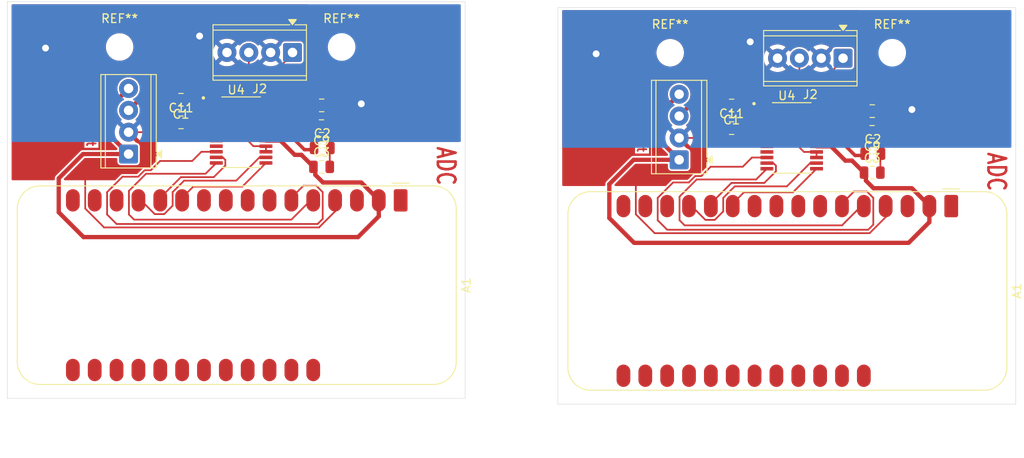
<source format=kicad_pcb>
(kicad_pcb (version 20241229) (generator "pcbnew") (generator_version "9.0")
  (title_block (title "Electrometer ADC") (date "2025-08-21") (rev "v2.0"))
  (layers (0 "F.Cu" signal) (2 "B.Cu" signal) (13 "F.Paste" user) (15 "B.Paste" user) (5 "F.SilkS" user "F.Silkscreen") (7 "B.SilkS" user "B.Silkscreen") (1 "F.Mask" user) (3 "B.Mask" user) (25 "Edge.Cuts" user))
  (net 0 "")
  (net 1 "+BATT")
  (net 2 "Net-(U4-REF)")
  (net 3 "Net-(U4-REFCAP)")
  (net 4 "/MOSI")
  (net 5 "/SCK")
  (net 6 "/~{CS}")
  (net 7 "/MISO")
  (net 8 "Net-(J2-Pin_3)")
  (net 9 "Net-(J2-Pin_1)")
  (net 15 "+5V")
  (net 16 "GND")
  (net 17 "/SSTRB")
  (footprint "Capacitor_SMD:C_0805_2012Metric" (layer "F.Cu") (at 189.842452 93.426862)
    (property "Reference" "C2")
    (property "Value" "100n")
  )
  (footprint "Capacitor_SMD:C_0805_2012Metric" (layer "F.Cu") (at 189.770452 95.620862)
    (property "Reference" "C3")
    (property "Value" "100n")
  )
  (footprint "TerminalBlock_Phoenix:TerminalBlock_Phoenix_MPT-0,5-4-2.54_1x04_P2.54mm_Horizontal" (layer "F.Cu") (at 103.336675 93.464203 90)
    (property "Reference" "J1" (hide yes))
    (property "Value" "Screw_Terminal_01x04" (hide yes))
  )
  (footprint "TerminalBlock_Phoenix:TerminalBlock_Phoenix_MPT-0,5-4-2.54_1x04_P2.54mm_Horizontal" (layer "F.Cu") (at 122.390675 81.657203 180)
    (property "Reference" "J2")
    (property "Value" "Screw_Terminal_01x04" (hide yes))
  )
  (footprint "Capacitor_SMD:C_0805_2012Metric" (layer "F.Cu") (at 125.843927 92.758665)
    (property "Reference" "C2")
    (property "Value" "100n")
  )
  (footprint "Capacitor_SMD:C_0805_2012Metric" (layer "F.Cu") (at 109.432675 87.152703 180)
    (property "Reference" "C1")
    (property "Value" "100n")
  )
  (footprint "Capacitor_SMD:C_0805_2012Metric" (layer "F.Cu") (at 109.432675 89.781203)
    (property "Reference" "C11")
    (property "Value" "100n")
  )
  (footprint "Capacitor_SMD:C_0805_2012Metric" (layer "F.Cu") (at 173.4312 90.4494)
    (property "Reference" "C11")
    (property "Value" "100n")
  )
  (footprint "Capacitor_SMD:C_0805_2012Metric" (layer "F.Cu") (at 125.771927 94.952665)
    (property "Reference" "C3")
    (property "Value" "100n")
  )
  (footprint "Capacitor_SMD:C_0805_2012Metric" (layer "F.Cu") (at 125.782927 87.805665 180)
    (property "Reference" "C8" (hide yes))
    (property "Value" "1u")
  )
  (footprint "TerminalBlock_Phoenix:TerminalBlock_Phoenix_MPT-0,5-4-2.54_1x04_P2.54mm_Horizontal" (layer "F.Cu") (at 186.3892 82.3254 180)
    (property "Reference" "J2")
    (property "Value" "Screw_Terminal_01x04" (hide yes))
  )
  (footprint "Capacitor_SMD:C_0805_2012Metric" (layer "F.Cu") (at 189.781452 88.473862 180)
    (property "Reference" "C8" (hide yes))
    (property "Value" "1u")
  )
  (footprint "MountingHole:MountingHole_2.7mm_M2.5_DIN965" (layer "F.Cu") (at 102.295275 81.018203)
    (property "Reference" "REF**")
    (property "Value" "MountingHole_2.7mm_M2.5_DIN965")
  )
  (footprint "Max1032:SOP65P640X110-24N" (layer "F.Cu") (at 180.4162 91.5924)
    (property "Reference" "U4")
    (property "Value" "MAX1032BEUG_" (hide yes))
  )
  (footprint "Capacitor_SMD:C_0805_2012Metric" (layer "F.Cu") (at 173.4312 87.8209 180)
    (property "Reference" "C1")
    (property "Value" "100n")
  )
  (footprint "Capacitor_SMD:C_0805_2012Metric" (layer "F.Cu") (at 189.7602 90.886862 180)
    (property "Reference" "C9")
    (property "Value" "100n" (hide yes))
  )
  (footprint "Capacitor_SMD:C_0805_2012Metric" (layer "F.Cu") (at 125.761675 90.218665 180)
    (property "Reference" "C9")
    (property "Value" "100n" (hide yes))
  )
  (footprint "MountingHole:MountingHole_2.7mm_M2.5_DIN965" (layer "F.Cu") (at 166.2938 81.6864)
    (property "Reference" "REF**")
    (property "Value" "MountingHole_2.7mm_M2.5_DIN965")
  )
  (footprint "Max1032:SOP65P640X110-24N" (layer "F.Cu") (at 116.417675 90.924203)
    (property "Reference" "U4")
    (property "Value" "MAX1032BEUG_" (hide yes))
  )
  (footprint "TerminalBlock_Phoenix:TerminalBlock_Phoenix_MPT-0,5-4-2.54_1x04_P2.54mm_Horizontal" (layer "F.Cu") (at 167.3352 94.1324 90)
    (property "Reference" "J1" (hide yes))
    (property "Value" "Screw_Terminal_01x04" (hide yes))
  )
  (footprint "MountingHole:MountingHole_2.7mm_M2.5_DIN965" (layer "F.Cu") (at 192.1002 81.6864)
    (property "Reference" "REF**")
    (property "Value" "MountingHole_2.7mm_M2.5_DIN965")
  )
  (footprint "Adafruit:Adafruit_Feather_NTHP" (layer "F.Cu") (at 134.959675 98.544203 -90)
    (property "Reference" "A1")
    (property "Value" "Adafruit_Feather_Generic")
  )
  (footprint "Adafruit:Adafruit_Feather_NTHP" (layer "F.Cu") (at 198.9582 99.2124 -90)
    (property "Reference" "A1")
    (property "Value" "Adafruit_Feather_Generic")
  )
  (footprint "MountingHole:MountingHole_2.7mm_M2.5_DIN965" (layer "F.Cu") (at 128.101675 81.018203)
    (property "Reference" "REF**")
    (property "Value" "MountingHole_2.7mm_M2.5_DIN965")
  )
  (gr_line (start 206.4512 76.4286) (end 206.4512 122.5296) (stroke (width 0.05)) (layer "Edge.Cuts"))
  (gr_line (start 142.452675 75.760403) (end 142.452675 121.861403) (stroke (width 0.05)) (layer "Edge.Cuts"))
  (gr_line (start 206.4512 122.5296) (end 153.2382 122.5296) (stroke (width 0.05)) (layer "Edge.Cuts"))
  (gr_line (start 153.2382 76.4286) (end 206.4512 76.4286) (stroke (width 0.05)) (layer "Edge.Cuts"))
  (gr_line (start 142.452675 121.861403) (end 89.239675 121.861403) (stroke (width 0.05)) (layer "Edge.Cuts"))
  (gr_line (start 89.239675 121.861403) (end 89.239675 75.760403) (stroke (width 0.05)) (layer "Edge.Cuts"))
  (gr_line (start 153.2382 122.5296) (end 153.2382 76.4286) (stroke (width 0.05)) (layer "Edge.Cuts"))
  (gr_line (start 89.239675 75.760403) (end 142.452675 75.760403) (stroke (width 0.05)) (layer "Edge.Cuts"))
  (gr_text "Electrometer ADC\nv3.5\n9/17/2025" (at 132.419675 76.573203 270) (layer "F.Cu") (effects (font (size 2.05 1.55) (thickness 0.3)) (justify left bottom)))
  (gr_text "Batt 5V GND Batt\n" (at 98.383675 81.780203 270) (layer "F.Cu") (effects (font (size 1 0.8) (thickness 0.2) (bold yes)) (justify left bottom)))
  (gr_text "GND Input GND Input\n" (at 113.623675 77.716203 0) (layer "F.Cu") (effects (font (size 0.6 0.6) (thickness 0.15) (bold yes)) (justify left bottom)))
  (gr_text "Batt 5V GND Batt\n" (at 162.3822 82.4484 270) (layer "F.Cu") (effects (font (size 1 0.8) (thickness 0.2) (bold yes)) (justify left bottom)))
  (gr_text "GND Input GND Input\n" (at 177.6222 78.3844 0) (layer "F.Cu") (effects (font (size 0.6 0.6) (thickness 0.15) (bold yes)) (justify left bottom)))
  (gr_text "Electrometer ADC\nv3.5\n9/17/2025" (at 196.4182 77.2414 270) (layer "F.Cu") (effects (font (size 2.05 1.55) (thickness 0.3)) (justify left bottom)))
  (segment (start 196.1642 99.2124) (end 196.4182 99.2124) (width 0.5) (layer "F.Cu") (net 1))
  (segment (start 95.758675 95.750203) (end 95.218791 96.290087) (width 0.5) (layer "F.Cu") (net 1))
  (segment (start 189.9262 97.4344) (end 189.0447 96.5529) (width 0.5) (layer "F.Cu") (net 1))
  (segment (start 132.419675 100.703203) (end 132.419675 98.544203) (width 0.5) (layer "F.Cu") (net 1))
  (segment (start 103.336675 93.464203) (end 98.044675 93.464203) (width 0.5) (layer "F.Cu") (net 1))
  (segment (start 120.987733 91.899203) (end 119.302675 91.899203) (width 0.5) (layer "F.Cu") (net 1))
  (segment (start 194.0052 103.7844) (end 196.4182 101.3714) (width 0.5) (layer "F.Cu") (net 1))
  (segment (start 184.986258 92.5674) (end 183.3012 92.5674) (width 0.5) (layer "F.Cu") (net 1))
  (segment (start 189.0447 96.5529) (end 189.0447 95.84511) (width 0.5) (layer "F.Cu") (net 1))
  (segment (start 187.42499 94.2254) (end 186.644258 94.2254) (width 0.5) (layer "F.Cu") (net 1))
  (segment (start 132.165675 98.544203) (end 132.419675 98.544203) (width 0.5) (layer "F.Cu") (net 1))
  (segment (start 130.514675 96.893203) (end 132.165675 98.544203) (width 0.5) (layer "F.Cu") (net 1))
  (segment (start 130.387675 96.766203) (end 125.927675 96.766203) (width 0.5) (layer "F.Cu") (net 1))
  (segment (start 125.927675 96.766203) (end 125.046175 95.884703) (width 0.5) (layer "F.Cu") (net 1))
  (segment (start 101.431675 91.559203) (end 103.336675 93.464203) (width 0.5) (layer "F.Cu") (net 1))
  (segment (start 101.431675 87.749203) (end 101.431675 91.559203) (width 0.5) (layer "F.Cu") (net 1))
  (segment (start 165.4302 88.4174) (end 165.4302 92.2274) (width 0.5) (layer "F.Cu") (net 1))
  (segment (start 125.046175 95.176913) (end 123.426465 93.557203) (width 0.5) (layer "F.Cu") (net 1))
  (segment (start 95.218791 96.290087) (end 95.218791 100.233839) (width 0.5) (layer "F.Cu") (net 1))
  (segment (start 159.217316 100.902036) (end 162.09968 103.7844) (width 0.5) (layer "F.Cu") (net 1))
  (segment (start 194.5132 97.5614) (end 196.1642 99.2124) (width 0.5) (layer "F.Cu") (net 1))
  (segment (start 122.645733 93.557203) (end 120.987733 91.899203) (width 0.5) (layer "F.Cu") (net 1))
  (segment (start 95.218791 100.233839) (end 98.101155 103.116203) (width 0.5) (layer "F.Cu") (net 1))
  (segment (start 167.3352 94.1324) (end 162.0432 94.1324) (width 0.5) (layer "F.Cu") (net 1))
  (segment (start 130.006675 103.116203) (end 132.419675 100.703203) (width 0.5) (layer "F.Cu") (net 1))
  (segment (start 162.0432 94.1324) (end 159.7572 96.4184) (width 0.5) (layer "F.Cu") (net 1))
  (segment (start 159.217316 96.958284) (end 159.217316 100.902036) (width 0.5) (layer "F.Cu") (net 1))
  (segment (start 98.101155 103.116203) (end 130.006675 103.116203) (width 0.5) (layer "F.Cu") (net 1))
  (segment (start 167.3352 86.5124) (end 165.4302 88.4174) (width 0.5) (layer "F.Cu") (net 1))
  (segment (start 196.4182 101.3714) (end 196.4182 99.2124) (width 0.5) (layer "F.Cu") (net 1))
  (segment (start 103.336675 85.844203) (end 101.431675 87.749203) (width 0.5) (layer "F.Cu") (net 1))
  (segment (start 194.3862 97.4344) (end 189.9262 97.4344) (width 0.5) (layer "F.Cu") (net 1))
  (segment (start 98.044675 93.464203) (end 95.758675 95.750203) (width 0.5) (layer "F.Cu") (net 1))
  (segment (start 159.7572 96.4184) (end 159.217316 96.958284) (width 0.5) (layer "F.Cu") (net 1))
  (segment (start 125.046175 95.884703) (end 125.046175 95.176913) (width 0.5) (layer "F.Cu") (net 1))
  (segment (start 189.0447 95.84511) (end 187.42499 94.2254) (width 0.5) (layer "F.Cu") (net 1))
  (segment (start 123.426465 93.557203) (end 122.645733 93.557203) (width 0.5) (layer "F.Cu") (net 1))
  (segment (start 186.644258 94.2254) (end 184.986258 92.5674) (width 0.5) (layer "F.Cu") (net 1))
  (segment (start 162.09968 103.7844) (end 194.0052 103.7844) (width 0.5) (layer "F.Cu") (net 1))
  (segment (start 165.4302 92.2274) (end 167.3352 94.1324) (width 0.5) (layer "F.Cu") (net 1))
  (segment (start 184.5662 90.6174) (end 186.5122 88.6714) (width 0.2) (layer "F.Cu") (net 2))
  (segment (start 120.567675 89.949203) (end 122.513675 88.003203) (width 0.2) (layer "F.Cu") (net 2))
  (segment (start 188.633914 88.6714) (end 188.831452 88.473862) (width 0.2) (layer "F.Cu") (net 2))
  (segment (start 124.635389 88.003203) (end 124.832927 87.805665) (width 0.2) (layer "F.Cu") (net 2))
  (segment (start 183.3012 90.6174) (end 184.5662 90.6174) (width 0.2) (layer "F.Cu") (net 2))
  (segment (start 186.5122 88.6714) (end 188.633914 88.6714) (width 0.2) (layer "F.Cu") (net 2))
  (segment (start 119.302675 89.949203) (end 120.567675 89.949203) (width 0.2) (layer "F.Cu") (net 2))
  (segment (start 122.513675 88.003203) (end 124.635389 88.003203) (width 0.2) (layer "F.Cu") (net 2))
  (segment (start 187.979738 90.886862) (end 188.8102 90.886862) (width 0.2) (layer "F.Cu") (net 3))
  (segment (start 187.5992 91.2674) (end 187.979738 90.886862) (width 0.2) (layer "F.Cu") (net 3))
  (segment (start 119.302675 90.599203) (end 123.600675 90.599203) (width 0.2) (layer "F.Cu") (net 3))
  (segment (start 123.600675 90.599203) (end 123.981213 90.218665) (width 0.2) (layer "F.Cu") (net 3))
  (segment (start 123.981213 90.218665) (end 124.811675 90.218665) (width 0.2) (layer "F.Cu") (net 3))
  (segment (start 188.694914 91.0844) (end 188.892452 90.886862) (width 0.2) (layer "F.Cu") (net 3))
  (segment (start 183.3012 91.2674) (end 187.5992 91.2674) (width 0.2) (layer "F.Cu") (net 3))
  (segment (start 124.696389 90.416203) (end 124.893927 90.218665) (width 0.2) (layer "F.Cu") (net 3))
  (segment (start 178.5822 95.468478) (end 178.5822 94.818401) (width 0.2) (layer "F.Cu") (net 4))
  (segment (start 173.4112 96.8194) (end 177.231278 96.8194) (width 0.2) (layer "F.Cu") (net 4))
  (segment (start 114.282674 93.849203) (end 113.532675 93.849203) (width 0.2) (layer "F.Cu") (net 4))
  (segment (start 178.281199 94.5174) (end 177.5312 94.5174) (width 0.2) (layer "F.Cu") (net 4))
  (segment (start 107.019675 98.544203) (end 109.412675 96.151203) (width 0.2) (layer "F.Cu") (net 4))
  (segment (start 114.583675 94.800281) (end 114.583675 94.150204) (width 0.2) (layer "F.Cu") (net 4))
  (segment (start 177.231278 96.8194) (end 178.5822 95.468478) (width 0.2) (layer "F.Cu") (net 4))
  (segment (start 109.412675 96.151203) (end 113.232753 96.151203) (width 0.2) (layer "F.Cu") (net 4))
  (segment (start 171.0182 99.2124) (end 173.4112 96.8194) (width 0.2) (layer "F.Cu") (net 4))
  (segment (start 113.232753 96.151203) (end 114.583675 94.800281) (width 0.2) (layer "F.Cu") (net 4))
  (segment (start 178.5822 94.818401) (end 178.281199 94.5174) (width 0.2) (layer "F.Cu") (net 4))
  (segment (start 114.583675 94.150204) (end 114.282674 93.849203) (width 0.2) (layer "F.Cu") (net 4))
  (segment (start 174.8592 97.9114) (end 180.5572 97.9114) (width 0.2) (layer "F.Cu") (net 5))
  (segment (start 173.5582 99.2124) (end 174.8592 97.9114) (width 0.2) (layer "F.Cu") (net 5))
  (segment (start 180.5572 97.9114) (end 183.3012 95.1674) (width 0.2) (layer "F.Cu") (net 5))
  (segment (start 110.860675 97.243203) (end 116.558675 97.243203) (width 0.2) (layer "F.Cu") (net 5))
  (segment (start 116.558675 97.243203) (end 119.302675 94.499203) (width 0.2) (layer "F.Cu") (net 5))
  (segment (start 109.559675 98.544203) (end 110.860675 97.243203) (width 0.2) (layer "F.Cu") (net 5))
  (segment (start 189.8992 101.6674) (end 189.3062 102.2604) (width 0.2) (layer "F.Cu") (net 6))
  (segment (start 168.454196 96.764304) (end 169.2011 96.0174) (width 0.2) (layer "F.Cu") (net 6))
  (segment (start 113.416675 93.083203) (end 113.532675 93.199203) (width 0.2) (layer "F.Cu") (net 6))
  (segment (start 105.917626 95.349203) (end 106.997626 94.269203) (width 0.2) (layer "F.Cu") (net 6))
  (segment (start 166.629247 96.764304) (end 168.454196 96.764304) (width 0.2) (layer "F.Cu") (net 6))
  (segment (start 111.797575 93.199203) (end 113.532675 93.199203) (width 0.2) (layer "F.Cu") (net 6))
  (segment (start 169.916151 96.0174) (end 170.996151 94.9374) (width 0.2) (layer "F.Cu") (net 6))
  (segment (start 106.997626 94.269203) (end 110.727575 94.269203) (width 0.2) (layer "F.Cu") (net 6))
  (segment (start 101.939675 101.592203) (end 100.838675 100.491203) (width 0.2) (layer "F.Cu") (net 6))
  (segment (start 125.159724 97.147203) (end 125.900675 97.888154) (width 0.2) (layer "F.Cu") (net 6))
  (segment (start 174.7261 94.9374) (end 175.7961 93.8674) (width 0.2) (layer "F.Cu") (net 6))
  (segment (start 164.8372 101.1594) (end 164.8372 98.556351) (width 0.2) (layer "F.Cu") (net 6))
  (segment (start 122.259675 98.544203) (end 123.656675 97.147203) (width 0.2) (layer "F.Cu") (net 6))
  (segment (start 125.900675 97.888154) (end 125.900675 100.999203) (width 0.2) (layer "F.Cu") (net 6))
  (segment (start 110.727575 94.269203) (end 111.797575 93.199203) (width 0.2) (layer "F.Cu") (net 6))
  (segment (start 105.202575 95.349203) (end 105.917626 95.349203) (width 0.2) (layer "F.Cu") (net 6))
  (segment (start 177.4152 93.7514) (end 177.5312 93.8674) (width 0.2) (layer "F.Cu") (net 6))
  (segment (start 100.838675 100.491203) (end 100.838675 97.888154) (width 0.2) (layer "F.Cu") (net 6))
  (segment (start 169.2011 96.0174) (end 169.916151 96.0174) (width 0.2) (layer "F.Cu") (net 6))
  (segment (start 164.8372 98.556351) (end 166.629247 96.764304) (width 0.2) (layer "F.Cu") (net 6))
  (segment (start 170.996151 94.9374) (end 174.7261 94.9374) (width 0.2) (layer "F.Cu") (net 6))
  (segment (start 165.9382 102.2604) (end 164.8372 101.1594) (width 0.2) (layer "F.Cu") (net 6))
  (segment (start 187.6552 97.8154) (end 189.158249 97.8154) (width 0.2) (layer "F.Cu") (net 6))
  (segment (start 102.630722 96.096107) (end 104.455671 96.096107) (width 0.2) (layer "F.Cu") (net 6))
  (segment (start 100.838675 97.888154) (end 102.630722 96.096107) (width 0.2) (layer "F.Cu") (net 6))
  (segment (start 104.455671 96.096107) (end 105.202575 95.349203) (width 0.2) (layer "F.Cu") (net 6))
  (segment (start 125.307675 101.592203) (end 101.939675 101.592203) (width 0.2) (layer "F.Cu") (net 6))
  (segment (start 175.7961 93.8674) (end 177.5312 93.8674) (width 0.2) (layer "F.Cu") (net 6))
  (segment (start 189.3062 102.2604) (end 165.9382 102.2604) (width 0.2) (layer "F.Cu") (net 6))
  (segment (start 123.656675 97.147203) (end 125.159724 97.147203) (width 0.2) (layer "F.Cu") (net 6))
  (segment (start 186.2582 99.2124) (end 187.6552 97.8154) (width 0.2) (layer "F.Cu") (net 6))
  (segment (start 189.158249 97.8154) (end 189.8992 98.556351) (width 0.2) (layer "F.Cu") (net 6))
  (segment (start 189.8992 98.556351) (end 189.8992 101.6674) (width 0.2) (layer "F.Cu") (net 6))
  (segment (start 125.900675 100.999203) (end 125.307675 101.592203) (width 0.2) (layer "F.Cu") (net 6))
  (segment (start 179.848201 97.2204) (end 182.551201 94.5174) (width 0.2) (layer "F.Cu") (net 7))
  (segment (start 104.479675 98.544203) (end 106.380675 100.445203) (width 0.2) (layer "F.Cu") (net 7))
  (segment (start 115.849676 96.552203) (end 118.552676 93.849203) (width 0.2) (layer "F.Cu") (net 7))
  (segment (start 108.458675 99.462252) (end 108.458675 97.888154) (width 0.2) (layer "F.Cu") (net 7))
  (segment (start 171.474249 101.1134) (end 172.4572 100.130449) (width 0.2) (layer "F.Cu") (net 7))
  (segment (start 108.458675 97.888154) (end 109.794626 96.552203) (width 0.2) (layer "F.Cu") (net 7))
  (segment (start 172.4572 98.556351) (end 173.793151 97.2204) (width 0.2) (layer "F.Cu") (net 7))
  (segment (start 182.551201 94.5174) (end 183.3012 94.5174) (width 0.2) (layer "F.Cu") (net 7))
  (segment (start 109.794626 96.552203) (end 115.849676 96.552203) (width 0.2) (layer "F.Cu") (net 7))
  (segment (start 173.793151 97.2204) (end 179.848201 97.2204) (width 0.2) (layer "F.Cu") (net 7))
  (segment (start 118.552676 93.849203) (end 119.302675 93.849203) (width 0.2) (layer "F.Cu") (net 7))
  (segment (start 106.380675 100.445203) (end 107.475724 100.445203) (width 0.2) (layer "F.Cu") (net 7))
  (segment (start 168.4782 99.2124) (end 170.3792 101.1134) (width 0.2) (layer "F.Cu") (net 7))
  (segment (start 170.3792 101.1134) (end 171.474249 101.1134) (width 0.2) (layer "F.Cu") (net 7))
  (segment (start 172.4572 100.130449) (end 172.4572 98.556351) (width 0.2) (layer "F.Cu") (net 7))
  (segment (start 107.475724 100.445203) (end 108.458675 99.462252) (width 0.2) (layer "F.Cu") (net 7))
  (segment (start 114.282674 89.299203) (end 113.532675 89.299203) (width 0.2) (layer "F.Cu") (net 8))
  (segment (start 181.3092 86.939399) (end 178.281199 89.9674) (width 0.2) (layer "F.Cu") (net 8))
  (segment (start 181.3092 82.3254) (end 181.3092 86.939399) (width 0.2) (layer "F.Cu") (net 8))
  (segment (start 178.281199 89.9674) (end 177.5312 89.9674) (width 0.2) (layer "F.Cu") (net 8))
  (segment (start 117.310675 81.657203) (end 117.310675 86.271202) (width 0.2) (layer "F.Cu") (net 8))
  (segment (start 117.310675 86.271202) (end 114.282674 89.299203) (width 0.2) (layer "F.Cu") (net 8))
  (segment (start 186.3892 82.3254) (end 186.3892 82.509399) (width 0.2) (layer "F.Cu") (net 9))
  (segment (start 186.3892 82.509399) (end 178.281199 90.6174) (width 0.2) (layer "F.Cu") (net 9))
  (segment (start 114.282674 89.949203) (end 113.532675 89.949203) (width 0.2) (layer "F.Cu") (net 9))
  (segment (start 122.390675 81.657203) (end 122.390675 81.841202) (width 0.2) (layer "F.Cu") (net 9))
  (segment (start 178.281199 90.6174) (end 177.5312 90.6174) (width 0.2) (layer "F.Cu") (net 9))
  (segment (start 122.390675 81.841202) (end 114.282674 89.949203) (width 0.2) (layer "F.Cu") (net 9))
  (segment (start 116.925675 88.892203) (end 117.168675 88.649203) (width 0.4) (layer "F.Cu") (net 15))
  (segment (start 119.302675 91.249203) (end 122.076675 91.249203) (width 0.4) (layer "F.Cu") (net 15))
  (segment (start 188.7982 79.4004) (end 174.0662 79.4004) (width 0.4) (layer "F.Cu") (net 15))
  (segment (start 181.2492 91.9174) (end 180.9242 91.5924) (width 0.4) (layer "F.Cu") (net 15))
  (segment (start 117.250675 91.249203) (end 116.925675 90.924203) (width 0.4) (layer "F.Cu") (net 15))
  (segment (start 183.3012 89.3174) (end 184.2152 89.3174) (width 0.4) (layer "F.Cu") (net 15))
  (segment (start 189.4332 84.0994) (end 189.4332 80.0354) (width 0.4) (layer "F.Cu") (net 15))
  (segment (start 123.783675 92.956203) (end 124.696389 92.956203) (width 0.4) (layer "F.Cu") (net 15))
  (segment (start 173.6852 79.7814) (end 173.6852 83.4644) (width 0.4) (layer "F.Cu") (net 15))
  (segment (start 110.382675 87.152703) (end 113.336175 87.152703) (width 0.4) (layer "F.Cu") (net 15))
  (segment (start 109.432675 85.463203) (end 110.382675 86.413203) (width 0.5) (layer "F.Cu") (net 15))
  (segment (start 110.067675 78.732203) (end 109.686675 79.113203) (width 0.4) (layer "F.Cu") (net 15))
  (segment (start 174.3812 87.0814) (end 174.3812 87.8209) (width 0.5) (layer "F.Cu") (net 15))
  (segment (start 180.9242 89.5604) (end 181.1672 89.3174) (width 0.4) (layer "F.Cu") (net 15))
  (segment (start 177.3347 87.8209) (end 177.5312 88.0174) (width 0.4) (layer "F.Cu") (net 15))
  (segment (start 174.0662 79.4004) (end 173.6852 79.7814) (width 0.4) (layer "F.Cu") (net 15))
  (segment (start 122.076675 91.249203) (end 123.783675 92.956203) (width 0.4) (layer "F.Cu") (net 15))
  (segment (start 124.696389 92.956203) (end 124.893927 92.758665) (width 0.4) (layer "F.Cu") (net 15))
  (segment (start 113.532675 87.349203) (end 113.532675 87.999203) (width 0.4) (layer "F.Cu") (net 15))
  (segment (start 109.686675 82.796203) (end 113.532675 86.642203) (width 0.4) (layer "F.Cu") (net 15))
  (segment (start 181.1672 89.3174) (end 183.3012 89.3174) (width 0.4) (layer "F.Cu") (net 15))
  (segment (start 113.336175 87.152703) (end 113.532675 87.349203) (width 0.4) (layer "F.Cu") (net 15))
  (segment (start 177.5312 87.3104) (end 177.5312 88.0174) (width 0.4) (layer "F.Cu") (net 15))
  (segment (start 167.3352 89.0524) (end 170.2562 86.1314) (width 0.5) (layer "F.Cu") (net 15))
  (segment (start 186.0752 91.9174) (end 187.7822 93.6244) (width 0.4) (layer "F.Cu") (net 15))
  (segment (start 110.382675 89.781203) (end 110.382675 87.152703) (width 0.4) (layer "F.Cu") (net 15))
  (segment (start 109.686675 79.113203) (end 109.686675 82.796203) (width 0.4) (layer "F.Cu") (net 15))
  (segment (start 119.302675 88.649203) (end 120.216675 88.649203) (width 0.4) (layer "F.Cu") (net 15))
  (segment (start 183.3012 91.9174) (end 181.2492 91.9174) (width 0.4) (layer "F.Cu") (net 15))
  (segment (start 174.3812 87.8209) (end 177.3347 87.8209) (width 0.4) (layer "F.Cu") (net 15))
  (segment (start 180.9242 91.5924) (end 180.9242 89.5604) (width 0.4) (layer "F.Cu") (net 15))
  (segment (start 184.2152 89.3174) (end 189.4332 84.0994) (width 0.4) (layer "F.Cu") (net 15))
  (segment (start 113.532675 86.642203) (end 113.532675 87.349203) (width 0.4) (layer "F.Cu") (net 15))
  (segment (start 170.2562 86.1314) (end 173.4312 86.1314) (width 0.5) (layer "F.Cu") (net 15))
  (segment (start 183.3012 91.9174) (end 186.0752 91.9174) (width 0.4) (layer "F.Cu") (net 15))
  (segment (start 173.6852 83.4644) (end 177.5312 87.3104) (width 0.4) (layer "F.Cu") (net 15))
  (segment (start 173.4312 86.1314) (end 174.3812 87.0814) (width 0.5) (layer "F.Cu") (net 15))
  (segment (start 188.694914 93.6244) (end 188.892452 93.426862) (width 0.4) (layer "F.Cu") (net 15))
  (segment (start 106.257675 85.463203) (end 109.432675 85.463203) (width 0.5) (layer "F.Cu") (net 15))
  (segment (start 110.382675 86.413203) (end 110.382675 87.152703) (width 0.5) (layer "F.Cu") (net 15))
  (segment (start 177.5312 88.0174) (end 177.5312 88.6674) (width 0.4) (layer "F.Cu") (net 15))
  (segment (start 189.4332 80.0354) (end 188.7982 79.4004) (width 0.4) (layer "F.Cu") (net 15))
  (segment (start 120.216675 88.649203) (end 125.434675 83.431203) (width 0.4) (layer "F.Cu") (net 15))
  (segment (start 187.7822 93.6244) (end 188.694914 93.6244) (width 0.4) (layer "F.Cu") (net 15))
  (segment (start 116.925675 90.924203) (end 116.925675 88.892203) (width 0.4) (layer "F.Cu") (net 15))
  (segment (start 124.799675 78.732203) (end 110.067675 78.732203) (width 0.4) (layer "F.Cu") (net 15))
  (segment (start 125.434675 79.367203) (end 124.799675 78.732203) (width 0.4) (layer "F.Cu") (net 15))
  (segment (start 103.336675 88.384203) (end 106.257675 85.463203) (width 0.5) (layer "F.Cu") (net 15))
  (segment (start 125.434675 83.431203) (end 125.434675 79.367203) (width 0.4) (layer "F.Cu") (net 15))
  (segment (start 117.168675 88.649203) (end 119.302675 88.649203) (width 0.4) (layer "F.Cu") (net 15))
  (segment (start 174.3812 90.4494) (end 174.3812 87.8209) (width 0.4) (layer "F.Cu") (net 15))
  (segment (start 119.302675 91.249203) (end 117.250675 91.249203) (width 0.4) (layer "F.Cu") (net 15))
  (segment (start 182.4482 80.9244) (end 183.8492 82.3254) (width 0.2) (layer "F.Cu") (net 16))
  (segment (start 162.2972 96.6304) (end 163.3942 95.5334) (width 0.2) (layer "F.Cu") (net 16))
  (segment (start 126.732927 92.697665) (end 126.793927 92.758665) (width 0.2) (layer "F.Cu") (net 16))
  (segment (start 183.3012 93.2174) (end 181.84068 93.2174) (width 0.2) (layer "F.Cu") (net 16))
  (segment (start 127.339675 98.544203) (end 127.339675 100.127303) (width 0.2) (layer "F.Cu") (net 16))
  (segment (start 126.991465 92.956203) (end 126.793927 92.758665) (width 0.2) (layer "F.Cu") (net 16))
  (segment (start 121.251675 80.256203) (end 119.850675 81.657203) (width 0.2) (layer "F.Cu") (net 16))
  (segment (start 168.9862 93.2434) (end 167.3352 91.5924) (width 0.2) (layer "F.Cu") (net 16))
  (segment (start 119.302675 87.349203) (end 123.791675 82.860203) (width 0.2) (layer "F.Cu") (net 16))
  (segment (start 108.482675 87.152703) (end 108.482675 89.781203) (width 0.2) (layer "F.Cu") (net 16))
  (segment (start 123.475835 80.256203) (end 121.251675 80.256203) (width 0.2) (layer "F.Cu") (net 16))
  (segment (start 116.424675 91.131723) (end 116.424675 88.631203) (width 0.2) (layer "F.Cu") (net 16))
  (segment (start 183.3012 93.8674) (end 183.3012 93.2174) (width 0.2) (layer "F.Cu") (net 16))
  (segment (start 104.987675 92.575203) (end 103.336675 90.924203) (width 0.2) (layer "F.Cu") (net 16))
  (segment (start 116.424675 88.631203) (end 117.056675 87.999203) (width 0.2) (layer "F.Cu") (net 16))
  (segment (start 118.449675 80.256203) (end 119.850675 81.657203) (width 0.2) (layer "F.Cu") (net 16))
  (segment (start 180.4232 89.2994) (end 181.0552 88.6674) (width 0.2) (layer "F.Cu") (net 16))
  (segment (start 185.2502 80.9244) (end 183.8492 82.3254) (width 0.2) (layer "F.Cu") (net 16))
  (segment (start 119.302675 87.349203) (end 119.302675 87.843203) (width 0.2) (layer "F.Cu") (net 16))
  (segment (start 123.216575 86.733203) (end 120.650575 89.299203) (width 0.2) (layer "F.Cu") (net 16))
  (segment (start 190.720452 95.620862) (end 190.720452 93.498862) (width 0.2) (layer "F.Cu") (net 16))
  (segment (start 187.2151 87.4014) (end 184.6491 89.9674) (width 0.2) (layer "F.Cu") (net 16))
  (segment (start 184.6491 89.9674) (end 183.3012 89.9674) (width 0.2) (layer "F.Cu") (net 16))
  (segment (start 126.732927 87.805665) (end 126.732927 92.697665) (width 0.2) (layer "F.Cu") (net 16))
  (segment (start 168.9862 95.4024) (end 168.9862 93.2434) (width 0.2) (layer "F.Cu") (net 16))
  (segment (start 171.3382 91.5924) (end 172.4812 90.4494) (width 0.2) (layer "F.Cu") (net 16))
  (segment (start 191.3382 100.7955) (end 189.4723 102.6614) (width 0.2) (layer "F.Cu") (net 16))
  (segment (start 180.1702 80.9244) (end 182.4482 80.9244) (width 0.2) (layer "F.Cu") (net 16))
  (segment (start 187.47436 80.9244) (end 185.2502 80.9244) (width 0.2) (layer "F.Cu") (net 16))
  (segment (start 100.491626 101.993203) (end 98.298675 99.800252) (width 0.2) (layer "F.Cu") (net 16))
  (segment (start 178.7692 82.3254) (end 180.1702 80.9244) (width 0.2) (layer "F.Cu") (net 16))
  (segment (start 114.770675 81.657203) (end 116.171675 80.256203) (width 0.2) (layer "F.Cu") (net 16))
  (segment (start 126.721927 94.952665) (end 126.721927 92.830665) (width 0.2) (layer "F.Cu") (net 16))
  (segment (start 107.339675 90.924203) (end 108.482675 89.781203) (width 0.2) (layer "F.Cu") (net 16))
  (segment (start 183.3012 88.0174) (end 183.3012 88.5114) (width 0.2) (layer "F.Cu") (net 16))
  (segment (start 126.721927 92.830665) (end 126.793927 92.758665) (width 0.2) (layer "F.Cu") (net 16))
  (segment (start 191.3382 99.2124) (end 191.3382 100.7955) (width 0.2) (layer "F.Cu") (net 16))
  (segment (start 190.98999 93.6244) (end 190.792452 93.426862) (width 0.2) (layer "F.Cu") (net 16))
  (segment (start 103.336675 90.924203) (end 107.339675 90.924203) (width 0.2) (layer "F.Cu") (net 16))
  (segment (start 125.660465 86.733203) (end 123.216575 86.733203) (width 0.2) (layer "F.Cu") (net 16))
  (segment (start 117.842155 92.549203) (end 116.424675 91.131723) (width 0.2) (layer "F.Cu") (net 16))
  (segment (start 189.65899 87.4014) (end 187.2151 87.4014) (width 0.2) (layer "F.Cu") (net 16))
  (segment (start 162.2972 100.468449) (end 162.2972 96.6304) (width 0.2) (layer "F.Cu") (net 16))
  (segment (start 190.731452 93.365862) (end 190.792452 93.426862) (width 0.2) (layer "F.Cu") (net 16))
  (segment (start 181.84068 93.2174) (end 180.4232 91.79992) (width 0.2) (layer "F.Cu") (net 16))
  (segment (start 181.0552 88.6674) (end 183.3012 88.6674) (width 0.2) (layer "F.Cu") (net 16))
  (segment (start 117.056675 87.999203) (end 119.302675 87.999203) (width 0.2) (layer "F.Cu") (net 16))
  (segment (start 190.731452 88.473862) (end 190.731452 93.365862) (width 0.2) (layer "F.Cu") (net 16))
  (segment (start 123.791675 80.572043) (end 123.475835 80.256203) (width 0.2) (layer "F.Cu") (net 16))
  (segment (start 119.302675 93.199203) (end 119.302675 92.549203) (width 0.2) (layer "F.Cu") (net 16))
  (segment (start 167.3352 91.5924) (end 171.3382 91.5924) (width 0.2) (layer "F.Cu") (net 16))
  (segment (start 99.395675 94.865203) (end 104.856675 94.865203) (width 0.2) (layer "F.Cu") (net 16))
  (segment (start 164.490151 102.6614) (end 162.2972 100.468449) (width 0.2) (layer "F.Cu") (net 16))
  (segment (start 172.4812 87.8209) (end 172.4812 90.4494) (width 0.2) (layer "F.Cu") (net 16))
  (segment (start 127.339675 100.127303) (end 125.473775 101.993203) (width 0.2) (layer "F.Cu") (net 16))
  (segment (start 123.791675 82.860203) (end 123.791675 80.572043) (width 0.2) (layer "F.Cu") (net 16))
  (segment (start 98.298675 99.800252) (end 98.298675 95.962203) (width 0.2) (layer "F.Cu") (net 16))
  (segment (start 119.302675 92.549203) (end 117.842155 92.549203) (width 0.2) (layer "F.Cu") (net 16))
  (segment (start 189.4723 102.6614) (end 164.490151 102.6614) (width 0.2) (layer "F.Cu") (net 16))
  (segment (start 116.171675 80.256203) (end 118.449675 80.256203) (width 0.2) (layer "F.Cu") (net 16))
  (segment (start 126.732927 87.805665) (end 125.660465 86.733203) (width 0.2) (layer "F.Cu") (net 16))
  (segment (start 125.473775 101.993203) (end 100.491626 101.993203) (width 0.2) (layer "F.Cu") (net 16))
  (segment (start 104.987675 94.734203) (end 104.987675 92.575203) (width 0.2) (layer "F.Cu") (net 16))
  (segment (start 163.3942 95.5334) (end 168.8552 95.5334) (width 0.2) (layer "F.Cu") (net 16))
  (segment (start 190.720452 93.498862) (end 190.792452 93.426862) (width 0.2) (layer "F.Cu") (net 16))
  (segment (start 187.7902 83.5284) (end 187.7902 81.24024) (width 0.2) (layer "F.Cu") (net 16))
  (segment (start 183.3012 88.0174) (end 187.7902 83.5284) (width 0.2) (layer "F.Cu") (net 16))
  (segment (start 187.7902 81.24024) (end 187.47436 80.9244) (width 0.2) (layer "F.Cu") (net 16))
  (segment (start 168.8552 95.5334) (end 168.9862 95.4024) (width 0.2) (layer "F.Cu") (net 16))
  (segment (start 98.298675 95.962203) (end 99.395675 94.865203) (width 0.2) (layer "F.Cu") (net 16))
  (segment (start 190.731452 88.473862) (end 189.65899 87.4014) (width 0.2) (layer "F.Cu") (net 16))
  (segment (start 120.650575 89.299203) (end 119.302675 89.299203) (width 0.2) (layer "F.Cu") (net 16))
  (segment (start 180.4232 91.79992) (end 180.4232 89.2994) (width 0.2) (layer "F.Cu") (net 16))
  (segment (start 104.856675 94.865203) (end 104.987675 94.734203) (width 0.2) (layer "F.Cu") (net 16))
  (via (at 111.591675 79.748203) (size 1) (drill 0.8) (layers "F.Cu" "B.Cu") (net 16))
  (via (at 175.5902 80.4164) (size 1) (drill 0.8) (layers "F.Cu" "B.Cu") (net 16))
  (via (at 93.684675 81.145203) (size 1) (drill 0.8) (layers "F.Cu" "B.Cu") (net 16))
  (via (at 130.387675 87.622203) (size 1) (drill 0.8) (layers "F.Cu" "B.Cu") (net 16))
  (via (at 194.3862 88.2904) (size 1) (drill 0.8) (layers "F.Cu" "B.Cu") (net 16))
  (via (at 157.6832 81.8134) (size 1) (drill 0.8) (layers "F.Cu" "B.Cu") (net 16))
  (segment (start 105.368675 95.750203) (end 112.281675 95.750203) (width 0.2) (layer "F.Cu") (net 17))
  (segment (start 103.378675 97.740203) (end 105.368675 95.750203) (width 0.2) (layer "F.Cu") (net 17))
  (segment (start 186.2582 101.7524) (end 167.9702 101.7524) (width 0.2) (layer "F.Cu") (net 17))
  (segment (start 103.971675 101.084203) (end 103.378675 100.491203) (width 0.2) (layer "F.Cu") (net 17))
  (segment (start 124.799675 98.544203) (end 122.259675 101.084203) (width 0.2) (layer "F.Cu") (net 17))
  (segment (start 176.2802 96.4184) (end 177.5312 95.1674) (width 0.2) (layer "F.Cu") (net 17))
  (segment (start 188.7982 99.2124) (end 186.2582 101.7524) (width 0.2) (layer "F.Cu") (net 17))
  (segment (start 103.378675 100.491203) (end 103.378675 97.740203) (width 0.2) (layer "F.Cu") (net 17))
  (segment (start 122.259675 101.084203) (end 103.971675 101.084203) (width 0.2) (layer "F.Cu") (net 17))
  (segment (start 167.3772 101.1594) (end 167.3772 98.4084) (width 0.2) (layer "F.Cu") (net 17))
  (segment (start 112.281675 95.750203) (end 113.532675 94.499203) (width 0.2) (layer "F.Cu") (net 17))
  (segment (start 167.3772 98.4084) (end 169.3672 96.4184) (width 0.2) (layer "F.Cu") (net 17))
  (segment (start 167.9702 101.7524) (end 167.3772 101.1594) (width 0.2) (layer "F.Cu") (net 17))
  (segment (start 169.3672 96.4184) (end 176.2802 96.4184) (width 0.2) (layer "F.Cu") (net 17))
  (zone (net 0) (net_name "") (layer "F.Cu") (connect_pads (clearance 0)) (min_thickness 0.25)
    (keepout (tracks allowed) (vias allowed) (pads allowed) (copperpour not_allowed) (footprints allowed))
    (fill (thermal_gap 0.5) (thermal_bridge_width 0.5))
    (polygon (pts (xy 106.697133 85.082203) (xy 125.478468 85.082203) (xy 125.702544 89.414332) (xy 142.373375 89.400203) (xy 142.373375 121.915203) (xy 106.305375 121.788203)))
  )
  (zone (net 0) (net_name "") (layer "F.Cu") (connect_pads (clearance 0)) (min_thickness 0.25)
    (keepout (tracks allowed) (vias allowed) (pads allowed) (copperpour not_allowed) (footprints allowed))
    (fill (thermal_gap 0.5) (thermal_bridge_width 0.5))
    (polygon (pts (xy 170.695658 85.7504) (xy 189.476993 85.7504) (xy 189.701069 90.082529) (xy 206.3719 90.0684) (xy 206.3719 122.5834) (xy 170.3039 122.4564)))
  )
  (zone (net 0) (net_name "") (layer "F.Cu") (connect_pads (clearance 0)) (min_thickness 0.2032)
    (keepout (tracks allowed) (vias allowed) (pads allowed) (copperpour not_allowed) (footprints allowed))
    (fill (thermal_gap 0.2032) (thermal_bridge_width 0.5))
    (polygon (pts (xy 89.366675 96.512203) (xy 109.813675 96.512203) (xy 109.686675 123.563203) (xy 89.366675 123.690203)))
  )
  (zone (net 0) (net_name "") (layer "F.Cu") (connect_pads (clearance 0)) (min_thickness 0.2032)
    (keepout (tracks allowed) (vias allowed) (pads allowed) (copperpour not_allowed) (footprints allowed))
    (fill (thermal_gap 0.2032) (thermal_bridge_width 0.5))
    (polygon (pts (xy 188.2902 76.3524) (xy 188.4172 86.6394) (xy 207.3402 86.5124) (xy 207.3402 76.2254)))
  )
  (zone (net 0) (net_name "") (layer "F.Cu") (connect_pads (clearance 0)) (min_thickness 0.2032)
    (keepout (tracks allowed) (vias allowed) (pads allowed) (copperpour not_allowed) (footprints allowed))
    (fill (thermal_gap 0.2032) (thermal_bridge_width 0.5))
    (polygon (pts (xy 124.291675 75.684203) (xy 124.418675 85.971203) (xy 143.341675 85.844203) (xy 143.341675 75.557203)))
  )
  (zone (net 0) (net_name "") (layer "F.Cu") (connect_pads (clearance 0)) (min_thickness 0.2032)
    (keepout (tracks allowed) (vias allowed) (pads allowed) (copperpour not_allowed) (footprints allowed))
    (fill (thermal_gap 0.2032) (thermal_bridge_width 0.5))
    (polygon (pts (xy 153.3652 97.1804) (xy 173.8122 97.1804) (xy 173.6852 124.2314) (xy 153.3652 124.3584)))
  )
  (zone (net 0) (net_name "") (layer "F.Cu") (connect_pads (clearance 0)) (min_thickness 0.25)
    (keepout (tracks allowed) (vias allowed) (pads allowed) (copperpour not_allowed) (footprints allowed))
    (fill (thermal_gap 0.5) (thermal_bridge_width 0.5))
    (polygon (pts (xy 177.3682 85.6234) (xy 188.6712 85.6234) (xy 188.6712 88.6714) (xy 177.3682 88.6714)))
  )
  (zone (net 0) (net_name "") (layer "F.Cu") (connect_pads (clearance 0)) (min_thickness 0.25)
    (keepout (tracks allowed) (vias allowed) (pads allowed) (copperpour not_allowed) (footprints allowed))
    (fill (thermal_gap 0.5) (thermal_bridge_width 0.5))
    (polygon (pts (xy 113.369675 84.955203) (xy 124.672675 84.955203) (xy 124.672675 88.003203) (xy 113.369675 88.003203)))
  )
  (zone (net 16) (net_name "GND") (layers "F.Cu" "B.Cu") (connect_pads (clearance 0.2032)) (min_thickness 0.25) (fill yes (thermal_gap 0.5) (thermal_bridge_width 0.5))
    (polygon (pts (xy 153.2382 76.2254) (xy 206.4512 76.2254) (xy 206.4512 122.4534) (xy 153.2382 122.3264)))
  )
  (zone (net 16) (net_name "GND") (layers "F.Cu" "B.Cu") (connect_pads (clearance 0.2032)) (min_thickness 0.25) (fill yes (thermal_gap 0.5) (thermal_bridge_width 0.5))
    (polygon (pts (xy 89.239675 75.557203) (xy 142.452675 75.557203) (xy 142.452675 121.785203) (xy 89.239675 121.658203)))
  )
  (zone (net 0) (net_name "") (layer "B.Cu") (connect_pads (clearance 0)) (min_thickness 0.25)
    (keepout (tracks allowed) (vias allowed) (pads allowed) (copperpour not_allowed) (footprints allowed))
    (fill (thermal_gap 0.5) (thermal_bridge_width 0.5))
    (polygon (pts (xy 175.768 97.917) (xy 175.768 128.778) (xy 122.682 128.778) (xy 122.809 97.917) (xy 123.317 97.917)))
  )
)
</source>
